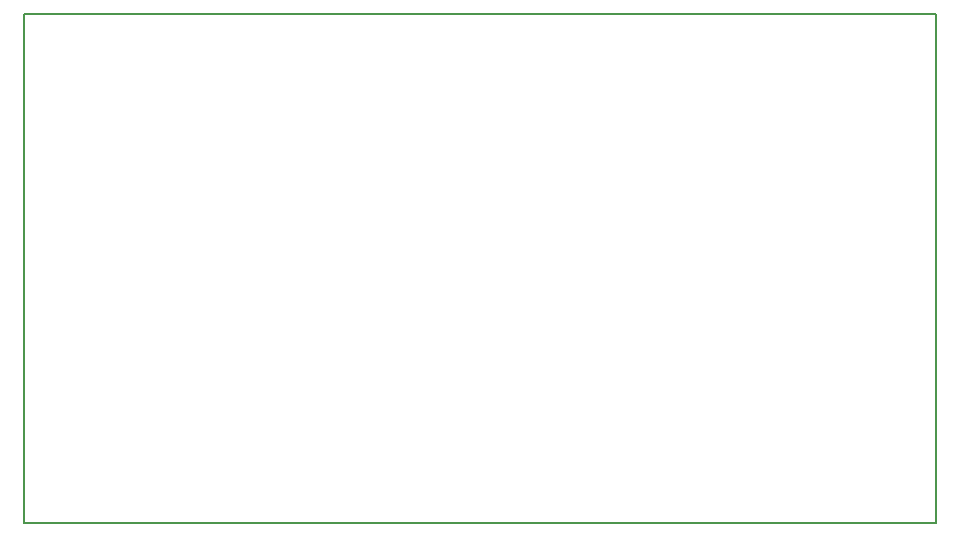
<source format=gm1>
G04 MADE WITH FRITZING*
G04 WWW.FRITZING.ORG*
G04 DOUBLE SIDED*
G04 HOLES PLATED*
G04 CONTOUR ON CENTER OF CONTOUR VECTOR*
%ASAXBY*%
%FSLAX23Y23*%
%MOIN*%
%OFA0B0*%
%SFA1.0B1.0*%
%ADD10R,3.049210X1.703690*%
%ADD11C,0.008000*%
%ADD10C,0.008*%
%LNCONTOUR*%
G90*
G70*
G54D10*
G54D11*
X4Y1700D02*
X3045Y1700D01*
X3045Y4D01*
X4Y4D01*
X4Y1700D01*
D02*
G04 End of contour*
M02*
</source>
